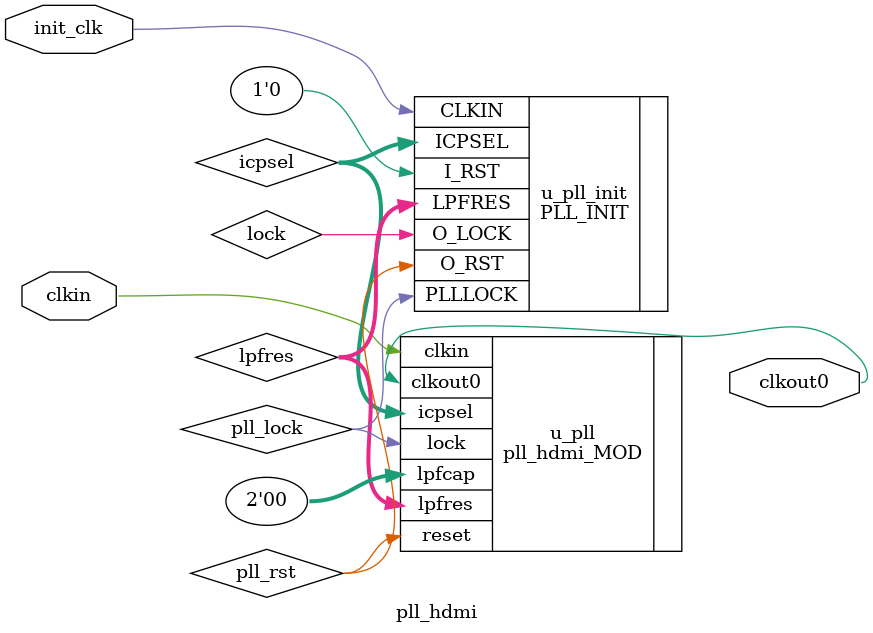
<source format=v>
module pll_hdmi(
    clkin,
    init_clk,
    clkout0
);


input clkin;
input init_clk;
output clkout0;
wire lock;
wire [5:0] icpsel;
wire [2:0] lpfres;
wire pll_lock;
wire pll_rst;


    pll_hdmi_MOD u_pll(
        .clkout0(clkout0),
        .lock(pll_lock),
        .clkin(clkin),
        .reset(pll_rst),
        .icpsel(icpsel),
        .lpfres(lpfres),
        .lpfcap(2'b00)
    );


    PLL_INIT u_pll_init(
        .CLKIN(init_clk),
        .I_RST(1'b0),
        .O_RST(pll_rst),
        .PLLLOCK(pll_lock),
        .O_LOCK(lock),
        .ICPSEL(icpsel),
        .LPFRES(lpfres)
    );
    defparam u_pll_init.CLK_PERIOD = 20;
    defparam u_pll_init.MULTI_FAC = 10;


endmodule

</source>
